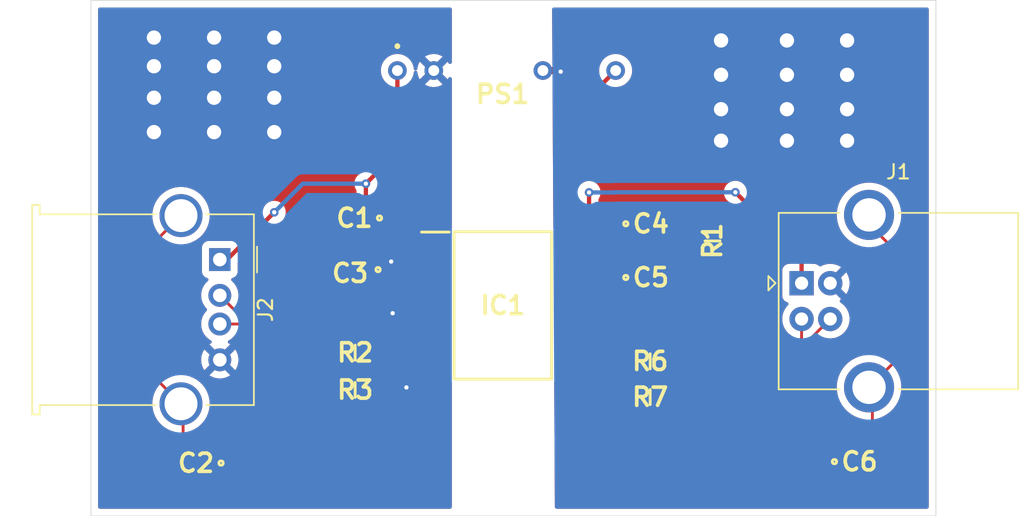
<source format=kicad_pcb>
(kicad_pcb (version 20241229) (generator "pcbnew") (generator_version "9.0")
  (layers (0 "F.Cu" signal) (2 "B.Cu" signal) (13 "F.Paste" user) (15 "B.Paste" user) (5 "F.SilkS" user "F.Silkscreen") (7 "B.SilkS" user "B.Silkscreen") (1 "F.Mask" user) (3 "B.Mask" user) (25 "Edge.Cuts" user))
  (net 0 "")
  (net 1 "Net-(J1-Shield)")
  (net 2 "GNDS")
  (net 3 "GND")
  (net 4 "VBUS2")
  (net 5 "Net-(J2-Shield)")
  (net 6 "VBUS")
  (net 7 "Net-(IC1-PDEN)")
  (net 8 "Net-(IC1-SPD)")
  (net 9 "Net-(IC1-PIN)")
  (net 10 "D_D-")
  (net 11 "D_D+")
  (net 12 "U_D-")
  (net 13 "U_D+")
  (net 14 "DD-")
  (net 15 "DD+")
  (net 16 "UD-")
  (net 17 "UD+")
  (footprint "SamacSys_Parts:SOIC127P1032X265-16N" (layer "F.Cu") (at 140.5496 95.4344)
    (property "Reference" "IC1" (at 0 0 0) (layer "F.SilkS") (effects (font (size 1.27 1.27) (thickness 0.254))))
    (property "Value" "ADUM3160BRWZ-RL" (hide yes))
    (fp_line (start -5.675 -5.12) (end -3.75 -5.12) (stroke (width 0.2)) (layer "F.SilkS"))
    (fp_line (start -3.4 -5.15) (end 3.4 -5.15) (stroke (width 0.2)) (layer "F.SilkS"))
    (fp_line (start -3.4 5.15) (end -3.4 -5.15) (stroke (width 0.2)) (layer "F.SilkS"))
    (fp_line (start 3.4 -5.15) (end 3.4 5.15) (stroke (width 0.2)) (layer "F.SilkS"))
    (fp_line (start 3.4 5.15) (end -3.4 5.15) (stroke (width 0.2)) (layer "F.SilkS"))
    (pad "1" smd rect (at -4.712 -4.445 90) (size 0.65 1.925) (layers "F.Cu" "F.Mask" "F.Paste") (net 6 "VBUS"))
    (pad "2" smd rect (at -4.712 -3.175 90) (size 0.65 1.925) (layers "F.Cu" "F.Mask" "F.Paste") (net 3 "GND"))
    (pad "3" smd rect (at -4.712 -1.905 90) (size 0.65 1.925) (layers "F.Cu" "F.Mask" "F.Paste") (net 7 "Net-(IC1-PDEN)"))
    (pad "4" smd rect (at -4.712 -0.635 90) (size 0.65 1.925) (layers "F.Cu" "F.Mask" "F.Paste") (net 7 "Net-(IC1-PDEN)"))
    (pad "5" smd rect (at -4.712 0.635 90) (size 0.65 1.925) (layers "F.Cu" "F.Mask" "F.Paste") (net 3 "GND"))
    (pad "6" smd rect (at -4.712 1.905 90) (size 0.65 1.925) (layers "F.Cu" "F.Mask" "F.Paste") (net 12 "U_D-"))
    (pad "7" smd rect (at -4.712 3.175 90) (size 0.65 1.925) (layers "F.Cu" "F.Mask" "F.Paste") (net 13 "U_D+"))
    (pad "8" smd rect (at -4.712 4.445 90) (size 0.65 1.925) (layers "F.Cu" "F.Mask" "F.Paste") (net 3 "GND"))
    (pad "9" smd rect (at 4.712 4.445 90) (size 0.65 1.925) (layers "F.Cu" "F.Mask" "F.Paste") (net 2 "GNDS"))
    (pad "10" smd rect (at 4.712 3.175 90) (size 0.65 1.925) (layers "F.Cu" "F.Mask" "F.Paste") (net 11 "D_D+"))
    (pad "11" smd rect (at 4.712 1.905 90) (size 0.65 1.925) (layers "F.Cu" "F.Mask" "F.Paste") (net 10 "D_D-"))
    (pad "12" smd rect (at 4.712 0.635 90) (size 0.65 1.925) (layers "F.Cu" "F.Mask" "F.Paste") (net 9 "Net-(IC1-PIN)"))
    (pad "13" smd rect (at 4.712 -0.635 90) (size 0.65 1.925) (layers "F.Cu" "F.Mask" "F.Paste") (net 8 "Net-(IC1-SPD)"))
    (pad "14" smd rect (at 4.712 -1.905 90) (size 0.65 1.925) (layers "F.Cu" "F.Mask" "F.Paste") (net 8 "Net-(IC1-SPD)"))
    (pad "15" smd rect (at 4.712 -3.175 90) (size 0.65 1.925) (layers "F.Cu" "F.Mask" "F.Paste") (net 2 "GNDS"))
    (pad "16" smd rect (at 4.712 -4.445 90) (size 0.65 1.925) (layers "F.Cu" "F.Mask" "F.Paste") (net 4 "VBUS2"))
  )
  (footprint "Connector_USB:USB_B_OST_USB-B1HSxx_Horizontal" (layer "F.Cu") (at 161.4121 93.8844)
    (property "Reference" "J1" (at 6.76 -7.77 0) (layer "F.SilkS"))
    (property "Value" "USB_B")
    (fp_line (start -2.32 -0.5) (end -2.32 0.5) (stroke (width 0.12)) (layer "F.SilkS"))
    (fp_line (start -2.32 0.5) (end -1.82 0) (stroke (width 0.12)) (layer "F.SilkS"))
    (fp_line (start -1.82 0) (end -2.32 -0.5) (stroke (width 0.12)) (layer "F.SilkS"))
    (fp_line (start -1.6 -4.91) (end -1.6 7.41) (stroke (width 0.12)) (layer "F.SilkS"))
    (fp_line (start -1.6 7.41) (end 2.66 7.41) (stroke (width 0.12)) (layer "F.SilkS"))
    (fp_line (start 2.66 -4.91) (end -1.6 -4.91) (stroke (width 0.12)) (layer "F.SilkS"))
    (fp_line (start 6.76 -4.91) (end 15.12 -4.91) (stroke (width 0.12)) (layer "F.SilkS"))
    (fp_line (start 15.12 -4.91) (end 15.12 7.41) (stroke (width 0.12)) (layer "F.SilkS"))
    (fp_line (start 15.12 7.41) (end 6.76 7.41) (stroke (width 0.12)) (layer "F.SilkS"))
    (pad "1" thru_hole rect (at 0 0) (size 1.7 1.7) (drill 0.92) (layers "*.Cu" "*.Mask") (net 4 "VBUS2"))
    (pad "2" thru_hole circle (at 0 2.5) (size 1.7 1.7) (drill 0.92) (layers "*.Cu" "*.Mask") (net 14 "DD-"))
    (pad "3" thru_hole circle (at 2 2.5) (size 1.7 1.7) (drill 0.92) (layers "*.Cu" "*.Mask") (net 15 "DD+"))
    (pad "4" thru_hole circle (at 2 0) (size 1.7 1.7) (drill 0.92) (layers "*.Cu" "*.Mask") (net 2 "GNDS"))
    (pad "5" thru_hole circle (at 4.71 -4.77) (size 3.5 3.5) (drill 2.33) (layers "*.Cu" "*.Mask") (net 1 "Net-(J1-Shield)"))
    (pad "5" thru_hole circle (at 4.71 7.27) (size 3.5 3.5) (drill 2.33) (layers "*.Cu" "*.Mask") (net 1 "Net-(J1-Shield)"))
  )
  (footprint "SamacSys_Parts:C0805" (layer "F.Cu") (at 130.0896 92.9344 180)
    (property "Reference" "C3" (at 0.2 -0.25 0) (layer "F.SilkS") (effects (font (size 1.27 1.27) (thickness 0.254))))
    (property "Value" "0.1uF" (hide yes))
    (fp_circle (center -1.75 0) (end -1.75 0.05) (stroke (width 0.2)) (fill no) (layer "F.SilkS"))
    (pad "1" smd rect (at -0.9 0 180) (size 1.15 1.45) (layers "F.Cu" "F.Mask" "F.Paste") (net 7 "Net-(IC1-PDEN)"))
    (pad "2" smd rect (at 0.9 0 180) (size 1.15 1.45) (layers "F.Cu" "F.Mask" "F.Paste") (net 3 "GND"))
  )
  (footprint "SamacSys_Parts:RESC2012X55N" (layer "F.Cu") (at 155.1896 90.9344 -90)
    (property "Reference" "R1" (at 0 0 90) (layer "F.SilkS") (effects (font (size 1.27 1.27) (thickness 0.254))))
    (property "Value" "10kohm" (hide yes))
    (fp_line (start 0 -0.525) (end 0 0.525) (stroke (width 0.2)) (layer "F.SilkS"))
    (pad "1" smd rect (at -0.95 0 270) (size 0.9 1.45) (layers "F.Cu" "F.Mask" "F.Paste") (net 8 "Net-(IC1-SPD)"))
    (pad "2" smd rect (at 0.95 0 270) (size 0.9 1.45) (layers "F.Cu" "F.Mask" "F.Paste") (net 9 "Net-(IC1-PIN)"))
  )
  (footprint "SamacSys_Parts:RESC2012X60N" (layer "F.Cu") (at 150.8396 99.3344)
    (property "Reference" "R6" (at 0 0 0) (layer "F.SilkS") (effects (font (size 1.27 1.27) (thickness 0.254))))
    (property "Value" "24" (hide yes))
    (fp_line (start 0 -0.525) (end 0 0.525) (stroke (width 0.2)) (layer "F.SilkS"))
    (pad "1" smd rect (at -0.95 0) (size 0.95 1.4) (layers "F.Cu" "F.Mask" "F.Paste") (net 10 "D_D-"))
    (pad "2" smd rect (at 0.95 0) (size 0.95 1.4) (layers "F.Cu" "F.Mask" "F.Paste") (net 14 "DD-"))
  )
  (footprint "SamacSys_Parts:RESC2012X60N" (layer "F.Cu") (at 150.8396 101.8344)
    (property "Reference" "R7" (at 0 0 0) (layer "F.SilkS") (effects (font (size 1.27 1.27) (thickness 0.254))))
    (property "Value" "24" (hide yes))
    (fp_line (start 0 -0.525) (end 0 0.525) (stroke (width 0.2)) (layer "F.SilkS"))
    (pad "1" smd rect (at -0.95 0) (size 0.95 1.4) (layers "F.Cu" "F.Mask" "F.Paste") (net 11 "D_D+"))
    (pad "2" smd rect (at 0.95 0) (size 0.95 1.4) (layers "F.Cu" "F.Mask" "F.Paste") (net 15 "DD+"))
  )
  (footprint "SamacSys_Parts:TEA10505HI" (layer "F.Cu") (at 133.1896 79.0344)
    (property "Reference" "PS1" (at 7.35 1.65 0) (layer "F.SilkS") (effects (font (size 1.27 1.27) (thickness 0.254))))
    (property "Value" "TEA_1-0505HI" (hide yes))
    (fp_line (start 0 -1.8) (end 0 -1.8) (stroke (width 0.2)) (layer "F.SilkS"))
    (fp_line (start 0 -1.6) (end 0 -1.6) (stroke (width 0.2)) (layer "F.SilkS"))
    (fp_arc (start 0 -1.8) (mid 0.1 -1.7) (end 0 -1.6) (stroke (width 0.2)) (layer "F.SilkS"))
    (fp_arc (start 0 -1.6) (mid -0.1 -1.7) (end 0 -1.8) (stroke (width 0.2)) (layer "F.SilkS"))
    (pad "1" thru_hole circle (at 0 0) (size 1.303 1.303) (drill 0.76) (layers "*.Cu" "*.Mask") (net 6 "VBUS"))
    (pad "2" thru_hole circle (at 2.54 0) (size 1.303 1.303) (drill 0.76) (layers "*.Cu" "*.Mask") (net 3 "GND"))
    (pad "5" thru_hole circle (at 10.16 0) (size 1.303 1.303) (drill 0.76) (layers "*.Cu" "*.Mask") (net 2 "GNDS"))
    (pad "7" thru_hole circle (at 15.24 0) (size 1.303 1.303) (drill 0.76) (layers "*.Cu" "*.Mask") (net 4 "VBUS2"))
  )
  (footprint "Connector_USB:USB_A_Molex_67643_Horizontal" (layer "F.Cu") (at 120.7896 92.2344 -90)
    (property "Reference" "J2" (at 3.5 -3.19 90) (layer "F.SilkS"))
    (property "Value" "USB_A")
    (fp_line (start -3.81 13.1) (end 10.81 13.1) (stroke (width 0.12)) (layer "F.SilkS"))
    (fp_line (start 10.81 13.1) (end 10.81 12.58) (stroke (width 0.12)) (layer "F.SilkS"))
    (fp_line (start -3.81 12.58) (end -3.81 13.1) (stroke (width 0.12)) (layer "F.SilkS"))
    (fp_line (start -3.16 12.58) (end -3.81 12.58) (stroke (width 0.12)) (layer "F.SilkS"))
    (fp_line (start -3.16 12.58) (end -3.16 4.47) (stroke (width 0.12)) (layer "F.SilkS"))
    (fp_line (start 10.81 12.58) (end 10.16 12.58) (stroke (width 0.12)) (layer "F.SilkS"))
    (fp_line (start 10.16 4.47) (end 10.16 12.58) (stroke (width 0.12)) (layer "F.SilkS"))
    (fp_line (start -3.16 -2.38) (end -3.16 0.95) (stroke (width 0.12)) (layer "F.SilkS"))
    (fp_line (start -3.16 -2.38) (end 10.16 -2.38) (stroke (width 0.12)) (layer "F.SilkS"))
    (fp_line (start 10.16 -2.38) (end 10.16 0.95) (stroke (width 0.12)) (layer "F.SilkS"))
    (fp_line (start -0.9 -2.6) (end 0.9 -2.6) (stroke (width 0.12)) (layer "F.SilkS"))
    (pad "1" thru_hole rect (at 0 0 270) (size 1.6 1.5) (drill 0.95) (layers "*.Cu" "*.Mask") (net 6 "VBUS"))
    (pad "2" thru_hole circle (at 2.5 0 270) (size 1.6 1.6) (drill 0.95) (layers "*.Cu" "*.Mask") (net 16 "UD-"))
    (pad "3" thru_hole circle (at 4.5 0 270) (size 1.6 1.6) (drill 0.95) (layers "*.Cu" "*.Mask") (net 17 "UD+"))
    (pad "4" thru_hole circle (at 7 0 270) (size 1.6 1.6) (drill 0.95) (layers "*.Cu" "*.Mask") (net 3 "GND"))
    (pad "5" thru_hole circle (at -3.07 2.71 270) (size 3 3) (drill 2.3) (layers "*.Cu" "*.Mask") (net 5 "Net-(J2-Shield)"))
    (pad "5" thru_hole circle (at 10.07 2.71 270) (size 3 3) (drill 2.3) (layers "*.Cu" "*.Mask") (net 5 "Net-(J2-Shield)"))
  )
  (footprint "SamacSys_Parts:C0805" (layer "F.Cu") (at 130.1896 89.3344 180)
    (property "Reference" "C1" (at 0 0 0) (layer "F.SilkS") (effects (font (size 1.27 1.27) (thickness 0.254))))
    (property "Value" "0.1uF" (hide yes))
    (fp_circle (center -1.75 0) (end -1.75 0.05) (stroke (width 0.2)) (fill no) (layer "F.SilkS"))
    (pad "1" smd rect (at -0.9 0 180) (size 1.15 1.45) (layers "F.Cu" "F.Mask" "F.Paste") (net 6 "VBUS"))
    (pad "2" smd rect (at 0.9 0 180) (size 1.15 1.45) (layers "F.Cu" "F.Mask" "F.Paste") (net 3 "GND"))
  )
  (footprint "SamacSys_Parts:C0805" (layer "F.Cu") (at 150.8896 89.7344)
    (property "Reference" "C4" (at 0 0 0) (layer "F.SilkS") (effects (font (size 1.27 1.27) (thickness 0.254))))
    (property "Value" "0.1uF" (hide yes))
    (fp_circle (center -1.75 0) (end -1.75 0.05) (stroke (width 0.2)) (fill no) (layer "F.SilkS"))
    (pad "1" smd rect (at -0.9 0) (size 1.15 1.45) (layers "F.Cu" "F.Mask" "F.Paste") (net 2 "GNDS"))
    (pad "2" smd rect (at 0.9 0) (size 1.15 1.45) (layers "F.Cu" "F.Mask" "F.Paste") (net 8 "Net-(IC1-SPD)"))
  )
  (footprint "SamacSys_Parts:RESC2012X60N" (layer "F.Cu") (at 130.2396 98.7344)
    (property "Reference" "R2" (at 0 0 0) (layer "F.SilkS") (effects (font (size 1.27 1.27) (thickness 0.254))))
    (property "Value" "24" (hide yes))
    (fp_line (start 0 -0.525) (end 0 0.525) (stroke (width 0.2)) (layer "F.SilkS"))
    (pad "1" smd rect (at -0.95 0) (size 0.95 1.4) (layers "F.Cu" "F.Mask" "F.Paste") (net 16 "UD-"))
    (pad "2" smd rect (at 0.95 0) (size 0.95 1.4) (layers "F.Cu" "F.Mask" "F.Paste") (net 12 "U_D-"))
  )
  (footprint "SamacSys_Parts:RESC2012X60N" (layer "F.Cu") (at 130.2396 101.3344)
    (property "Reference" "R3" (at 0 0 0) (layer "F.SilkS") (effects (font (size 1.27 1.27) (thickness 0.254))))
    (property "Value" "24" (hide yes))
    (fp_line (start 0 -0.525) (end 0 0.525) (stroke (width 0.2)) (layer "F.SilkS"))
    (pad "1" smd rect (at -0.95 0) (size 0.95 1.4) (layers "F.Cu" "F.Mask" "F.Paste") (net 17 "UD+"))
    (pad "2" smd rect (at 0.95 0) (size 0.95 1.4) (layers "F.Cu" "F.Mask" "F.Paste") (net 13 "U_D+"))
  )
  (footprint "SamacSys_Parts:C0805" (layer "F.Cu") (at 150.8896 93.4844)
    (property "Reference" "C5" (at 0 0 0) (layer "F.SilkS") (effects (font (size 1.27 1.27) (thickness 0.254))))
    (property "Value" "0.1uF" (hide yes))
    (fp_circle (center -1.75 0) (end -1.75 0.05) (stroke (width 0.2)) (fill no) (layer "F.SilkS"))
    (pad "1" smd rect (at -0.9 0) (size 1.15 1.45) (layers "F.Cu" "F.Mask" "F.Paste") (net 2 "GNDS"))
    (pad "2" smd rect (at 0.9 0) (size 1.15 1.45) (layers "F.Cu" "F.Mask" "F.Paste") (net 8 "Net-(IC1-SPD)"))
  )
  (footprint "SamacSys_Parts:C0805" (layer "F.Cu") (at 119.1268 106.444 180)
    (property "Reference" "C2" (at 0 0 0) (layer "F.SilkS") (effects (font (size 1.27 1.27) (thickness 0.254))))
    (property "Value" "0.1uF" (hide yes))
    (fp_circle (center -1.75 0) (end -1.75 0.05) (stroke (width 0.2)) (fill no) (layer "F.SilkS"))
    (pad "1" smd rect (at -0.9 0 180) (size 1.15 1.45) (layers "F.Cu" "F.Mask" "F.Paste") (net 3 "GND"))
    (pad "2" smd rect (at 0.9 0 180) (size 1.15 1.45) (layers "F.Cu" "F.Mask" "F.Paste") (net 5 "Net-(J2-Shield)"))
  )
  (footprint "SamacSys_Parts:C0805" (layer "F.Cu") (at 165.4564 106.3424)
    (property "Reference" "C6" (at 0 0 0) (layer "F.SilkS") (effects (font (size 1.27 1.27) (thickness 0.254))))
    (property "Value" "0.1uF" (hide yes))
    (fp_circle (center -1.75 0) (end -1.75 0.05) (stroke (width 0.2)) (fill no) (layer "F.SilkS"))
    (pad "1" smd rect (at -0.9 0) (size 1.15 1.45) (layers "F.Cu" "F.Mask" "F.Paste") (net 2 "GNDS"))
    (pad "2" smd rect (at 0.9 0) (size 1.15 1.45) (layers "F.Cu" "F.Mask" "F.Paste") (net 1 "Net-(J1-Shield)"))
  )
  (gr_rect (start 111.7896 74.1344) (end 170.7896 110.1344) (stroke (width 0.05)) (fill no) (layer "Edge.Cuts"))
  (segment (start 166.1221 89.7725) (end 166.1221 89.1144) (width 0.2) (layer "F.Cu") (net 1))
  (segment (start 167.7568 99.5197) (end 167.7568 91.4072) (width 0.2) (layer "F.Cu") (net 1))
  (segment (start 166.3564 101.3887) (end 166.1221 101.1544) (width 0.2) (layer "F.Cu") (net 1))
  (segment (start 167.7568 91.4072) (end 166.1221 89.7725) (width 0.2) (layer "F.Cu") (net 1))
  (segment (start 166.3564 106.3424) (end 166.3564 101.3887) (width 0.2) (layer "F.Cu") (net 1))
  (segment (start 166.1221 101.1544) (end 167.7568 99.5197) (width 0.2) (layer "F.Cu") (net 1))
  (segment (start 144.592 79.1136) (end 144.5128 79.0344) (width 0.3) (layer "F.Cu") (net 2))
  (segment (start 144.5128 79.0344) (end 143.3496 79.0344) (width 0.5) (layer "F.Cu") (net 2))
  (via (at 164.5896 83.9344) (size 1.5) (drill 1) (layers "F.Cu" "B.Cu") (net 2))
  (via (at 164.5896 79.3344) (size 1.5) (drill 1) (layers "F.Cu" "B.Cu") (net 2))
  (via (at 160.3896 81.7344) (size 1.5) (drill 1) (layers "F.Cu" "B.Cu") (net 2))
  (via (at 155.7896 81.7344) (size 1.5) (drill 1) (layers "F.Cu" "B.Cu") (net 2))
  (via (at 164.5896 81.7344) (size 1.5) (drill 1) (layers "F.Cu" "B.Cu") (net 2))
  (via (at 164.5896 76.9344) (size 1.5) (drill 1) (layers "F.Cu" "B.Cu") (net 2))
  (via (at 160.3896 83.9344) (size 1.5) (drill 1) (layers "F.Cu" "B.Cu") (net 2))
  (via (at 155.7896 83.9344) (size 1.5) (drill 1) (layers "F.Cu" "B.Cu") (net 2))
  (via (at 155.7896 76.9344) (size 1.5) (drill 1) (layers "F.Cu" "B.Cu") (net 2))
  (via (at 160.3896 79.3344) (size 1.5) (drill 1) (layers "F.Cu" "B.Cu") (net 2))
  (via (at 144.592 79.1136) (size 0.6) (drill 0.3) (layers "F.Cu" "B.Cu") (net 2))
  (via (at 155.7896 79.3344) (size 1.5) (drill 1) (layers "F.Cu" "B.Cu") (net 2))
  (via (at 160.3896 76.9344) (size 1.5) (drill 1) (layers "F.Cu" "B.Cu") (net 2))
  (segment (start 135.8376 100.6864) (end 135.8376 99.8794) (width 0.3) (layer "F.Cu") (net 3))
  (segment (start 132.8572 95.9792) (end 135.7474 95.9792) (width 0.3) (layer "F.Cu") (net 3))
  (segment (start 135.7474 95.9792) (end 135.8376 96.0694) (width 0.3) (layer "F.Cu") (net 3))
  (segment (start 133.8192 101.164) (end 135.36 101.164) (width 0.3) (layer "F.Cu") (net 3))
  (segment (start 132.8686 92.2594) (end 135.8376 92.2594) (width 0.3) (layer "F.Cu") (net 3))
  (segment (start 135.36 101.164) (end 135.8376 100.6864) (width 0.3) (layer "F.Cu") (net 3))
  (segment (start 132.7556 92.3724) (end 132.8686 92.2594) (width 0.3) (layer "F.Cu") (net 3))
  (via (at 120.3896 76.7344) (size 1.5) (drill 1) (layers "F.Cu" "B.Cu") (net 3))
  (via (at 132.8572 95.9792) (size 0.6) (drill 0.3) (layers "F.Cu" "B.Cu") (net 3))
  (via (at 132.7556 92.3724) (size 0.6) (drill 0.3) (layers "F.Cu" "B.Cu") (net 3))
  (via (at 133.8192 101.164) (size 0.6) (drill 0.3) (layers "F.Cu" "B.Cu") (net 3))
  (via (at 116.1896 83.3344) (size 1.5) (drill 1) (layers "F.Cu" "B.Cu") (net 3))
  (via (at 120.3896 80.9344) (size 1.5) (drill 1) (layers "F.Cu" "B.Cu") (net 3))
  (via (at 124.5896 78.7344) (size 1.5) (drill 1) (layers "F.Cu" "B.Cu") (net 3))
  (via (at 124.5896 80.9344) (size 1.5) (drill 1) (layers "F.Cu" "B.Cu") (net 3))
  (via (at 116.1896 80.9344) (size 1.5) (drill 1) (layers "F.Cu" "B.Cu") (net 3))
  (via (at 124.5896 76.7344) (size 1.5) (drill 1) (layers "F.Cu" "B.Cu") (net 3))
  (via (at 116.1896 78.7344) (size 1.5) (drill 1) (layers "F.Cu" "B.Cu") (net 3))
  (via (at 120.3896 78.7344) (size 1.5) (drill 1) (layers "F.Cu" "B.Cu") (net 3))
  (via (at 116.1896 76.7344) (size 1.5) (drill 1) (layers "F.Cu" "B.Cu") (net 3))
  (via (at 120.3896 83.3344) (size 1.5) (drill 1) (layers "F.Cu" "B.Cu") (net 3))
  (via (at 124.5896 83.3344) (size 1.5) (drill 1) (layers "F.Cu" "B.Cu") (net 3))
  (segment (start 132.8572 100.202) (end 132.8572 95.9792) (width 0.3) (layer "B.Cu") (net 3))
  (segment (start 132.7556 92.3724) (end 133.9516 92.3724) (width 0.3) (layer "B.Cu") (net 3))
  (segment (start 132.8572 95.9792) (end 132.8572 95.6236) (width 0.3) (layer "B.Cu") (net 3))
  (segment (start 132.8572 95.6236) (end 132.7556 95.522) (width 0.3) (layer "B.Cu") (net 3))
  (segment (start 133.9516 92.3724) (end 134.0646 92.2594) (width 0.3) (layer "B.Cu") (net 3))
  (segment (start 133.8192 101.164) (end 132.8572 100.202) (width 0.3) (layer "B.Cu") (net 3))
  (segment (start 132.7556 95.522) (end 132.7556 92.3724) (width 0.3) (layer "B.Cu") (net 3))
  (segment (start 146.5732 87.5464) (end 146.5732 89.3508) (width 0.3) (layer "F.Cu") (net 4))
  (segment (start 145.2616 90.9894) (end 145.2616 82.2024) (width 0.3) (layer "F.Cu") (net 4))
  (segment (start 156.7896 87.5344) (end 161.4121 92.1569) (width 0.3) (layer "F.Cu") (net 4))
  (segment (start 161.4121 92.1569) (end 161.4121 93.8844) (width 0.3) (layer "F.Cu") (net 4))
  (segment (start 145.2616 82.2024) (end 148.4296 79.0344) (width 0.3) (layer "F.Cu") (net 4))
  (segment (start 145.2616 90.6624) (end 145.2616 90.9894) (width 0.3) (layer "F.Cu") (net 4))
  (segment (start 146.5732 89.3508) (end 145.2616 90.6624) (width 0.3) (layer "F.Cu") (net 4))
  (via (at 146.5732 87.5464) (size 0.6) (drill 0.3) (layers "F.Cu" "B.Cu") (net 4))
  (via (at 156.7896 87.5344) (size 0.6) (drill 0.3) (layers "F.Cu" "B.Cu") (net 4))
  (segment (start 148.3776 87.5464) (end 148.3896 87.5344) (width 0.3) (layer "B.Cu") (net 4))
  (segment (start 148.3896 87.5344) (end 156.7896 87.5344) (width 0.3) (layer "B.Cu") (net 4))
  (segment (start 146.5732 87.5464) (end 148.3776 87.5464) (width 0.3) (layer "B.Cu") (net 4))
  (segment (start 118.0796 102.3044) (end 116.2456 100.4704) (width 0.2) (layer "F.Cu") (net 5))
  (segment (start 118.2268 106.444) (end 118.2268 102.4516) (width 0.2) (layer "F.Cu") (net 5))
  (segment (start 118.2268 106.444) (end 118.2268 105.814) (width 0.3) (layer "F.Cu") (net 5))
  (segment (start 116.2456 90.9984) (end 118.0796 89.1644) (width 0.2) (layer "F.Cu") (net 5))
  (segment (start 118.2268 102.4516) (end 118.0796 102.3044) (width 0.2) (layer "F.Cu") (net 5))
  (segment (start 116.2456 100.4704) (end 116.2456 90.9984) (width 0.2) (layer "F.Cu") (net 5))
  (segment (start 130.9896 89.2344) (end 131.0896 89.3344) (width 0.3) (layer "F.Cu") (net 6))
  (segment (start 130.9896 86.9344) (end 130.9896 89.2344) (width 0.3) (layer "F.Cu") (net 6))
  (segment (start 130.9896 86.9344) (end 133.1896 84.7344) (width 0.3) (layer "F.Cu") (net 6))
  (segment (start 133.1896 84.7344) (end 133.1896 79.0344) (width 0.3) (layer "F.Cu") (net 6))
  (segment (start 121.2896 92.2344) (end 124.5896 88.9344) (width 0.3) (layer "F.Cu") (net 6))
  (segment (start 120.7896 92.2344) (end 121.2896 92.2344) (width 0.3) (layer "F.Cu") (net 6))
  (segment (start 134.3826 89.5344) (end 135.8376 90.9894) (width 0.3) (layer "F.Cu") (net 6))
  (segment (start 131.2396 89.5344) (end 134.3826 89.5344) (width 0.3) (layer "F.Cu") (net 6))
  (via (at 124.5896 88.9344) (size 0.6) (drill 0.3) (layers "F.Cu" "B.Cu") (net 6))
  (via (at 130.9896 86.9344) (size 0.6) (drill 0.3) (layers "F.Cu" "B.Cu") (net 6))
  (segment (start 126.5896 86.9344) (end 130.9896 86.9344) (width 0.3) (layer "B.Cu") (net 6))
  (segment (start 124.5896 88.9344) (end 126.5896 86.9344) (width 0.3) (layer "B.Cu") (net 6))
  (segment (start 135.8376 94.7994) (end 135.8376 93.5294) (width 0.3) (layer "F.Cu") (net 7))
  (segment (start 135.7226 94.6844) (end 135.8376 94.7994) (width 0.3) (layer "F.Cu") (net 7))
  (segment (start 131.5846 93.5294) (end 130.9896 92.9344) (width 0.3) (layer "F.Cu") (net 7))
  (segment (start 135.8376 93.5294) (end 131.5846 93.5294) (width 0.3) (layer "F.Cu") (net 7))
  (segment (start 135.5926 93.2844) (end 135.8376 93.5294) (width 0.3) (layer "F.Cu") (net 7))
  (segment (start 152.0396 89.9844) (end 151.7896 89.7344) (width 0.3) (layer "F.Cu") (net 8))
  (segment (start 155.1896 89.9844) (end 152.0396 89.9844) (width 0.3) (layer "F.Cu") (net 8))
  (segment (start 151.7896 93.4844) (end 150.4746 94.7994) (width 0.3) (layer "F.Cu") (net 8))
  (segment (start 145.2616 93.5294) (end 145.2616 94.7994) (width 0.3) (layer "F.Cu") (net 8))
  (segment (start 150.4746 94.7994) (end 145.2616 94.7994) (width 0.3) (layer "F.Cu") (net 8))
  (segment (start 151.7896 93.4844) (end 151.7896 89.7344) (width 0.3) (layer "F.Cu") (net 8))
  (segment (start 145.2616 96.0694) (end 151.2066 96.0694) (width 0.3) (layer "F.Cu") (net 9))
  (segment (start 151.2066 96.0694) (end 155.1896 92.0864) (width 0.3) (layer "F.Cu") (net 9))
  (segment (start 155.1896 92.0864) (end 155.1896 91.8844) (width 0.3) (layer "F.Cu") (net 9))
  (segment (start 145.9056 97.9834) (end 145.2616 97.3394) (width 0.2) (layer "F.Cu") (net 10))
  (segment (start 148.6396 100.3594) (end 148.2816 100.3594) (width 0.2) (layer "F.Cu") (net 10))
  (segment (start 148.2816 100.3594) (end 146.5251 98.6029) (width 0.2) (layer "F.Cu") (net 10))
  (segment (start 149.8896 99.3344) (end 149.6646 99.3344) (width 0.2) (layer "F.Cu") (net 10))
  (segment (start 146.5251 97.9834) (end 145.9056 97.9834) (width 0.2) (layer "F.Cu") (net 10))
  (segment (start 146.5251 98.6029) (end 146.5251 97.9834) (width 0.2) (layer "F.Cu") (net 10))
  (segment (start 149.6646 99.3344) (end 148.6396 100.3594) (width 0.2) (layer "F.Cu") (net 10))
  (segment (start 148.6396 100.8094) (end 148.095203 100.8094) (width 0.2) (layer "F.Cu") (net 11))
  (segment (start 149.6646 101.8344) (end 148.6396 100.8094) (width 0.2) (layer "F.Cu") (net 11))
  (segment (start 145.895203 98.6094) (end 145.2616 98.6094) (width 0.2) (layer "F.Cu") (net 11))
  (segment (start 148.095203 100.8094) (end 145.895203 98.6094) (width 0.2) (layer "F.Cu") (net 11))
  (segment (start 149.8896 101.8344) (end 149.6646 101.8344) (width 0.2) (layer "F.Cu") (net 11))
  (segment (start 131.1896 98.7344) (end 132.239601 98.7344) (width 0.2) (layer "F.Cu") (net 12))
  (segment (start 134.5741 97.9834) (end 135.1936 97.9834) (width 0.2) (layer "F.Cu") (net 12))
  (segment (start 134.5741 98.6029) (end 134.5741 97.9834) (width 0.2) (layer "F.Cu") (net 12))
  (segment (start 133.3676 99.8094) (end 134.5741 98.6029) (width 0.2) (layer "F.Cu") (net 12))
  (segment (start 132.239601 98.7344) (end 133.314601 99.8094) (width 0.2) (layer "F.Cu") (net 12))
  (segment (start 133.314601 99.8094) (end 133.3676 99.8094) (width 0.2) (layer "F.Cu") (net 12))
  (segment (start 131.2896 99.1344) (end 131.3396 99.1344) (width 0.3) (layer "F.Cu") (net 12))
  (segment (start 135.1936 97.9834) (end 135.8376 97.3394) (width 0.2) (layer "F.Cu") (net 12))
  (segment (start 135.203997 98.6094) (end 135.8376 98.6094) (width 0.2) (layer "F.Cu") (net 13))
  (segment (start 132.239601 101.3344) (end 133.314601 100.2594) (width 0.2) (layer "F.Cu") (net 13))
  (segment (start 133.553997 100.2594) (end 135.203997 98.6094) (width 0.2) (layer "F.Cu") (net 13))
  (segment (start 133.314601 100.2594) (end 133.553997 100.2594) (width 0.2) (layer "F.Cu") (net 13))
  (segment (start 135.7626 98.5344) (end 135.8376 98.6094) (width 0.3) (layer "F.Cu") (net 13))
  (segment (start 131.1896 101.3344) (end 132.239601 101.3344) (width 0.2) (layer "F.Cu") (net 13))
  (segment (start 161.4121 97.748003) (end 161.4121 96.3844) (width 0.2) (layer "F.Cu") (net 14))
  (segment (start 152.839601 99.3344) (end 153.864601 100.3594) (width 0.2) (layer "F.Cu") (net 14))
  (segment (start 158.800703 100.3594) (end 161.4121 97.748003) (width 0.2) (layer "F.Cu") (net 14))
  (segment (start 151.7896 99.3344) (end 152.839601 99.3344) (width 0.2) (layer "F.Cu") (net 14))
  (segment (start 153.864601 100.3594) (end 158.800703 100.3594) (width 0.2) (layer "F.Cu") (net 14))
  (segment (start 151.7896 101.8344) (end 152.839601 101.8344) (width 0.2) (layer "F.Cu") (net 15))
  (segment (start 153.864601 100.8094) (end 158.9871 100.8094) (width 0.2) (layer "F.Cu") (net 15))
  (segment (start 152.839601 101.8344) (end 153.864601 100.8094) (width 0.2) (layer "F.Cu") (net 15))
  (segment (start 158.9871 100.8094) (end 163.4121 96.3844) (width 0.2) (layer "F.Cu") (net 15))
  (segment (start 129.3896 98.9844) (end 129.3896 99.1344) (width 0.3) (layer "F.Cu") (net 16))
  (segment (start 125.5552 99.5) (end 127.473999 99.5) (width 0.2) (layer "F.Cu") (net 16))
  (segment (start 120.7896 94.7344) (end 125.5552 99.5) (width 0.2) (layer "F.Cu") (net 16))
  (segment (start 128.239599 98.7344) (end 129.2896 98.7344) (width 0.2) (layer "F.Cu") (net 16))
  (segment (start 127.473999 99.5) (end 128.239599 98.7344) (width 0.2) (layer "F.Cu") (net 16))
  (segment (start 129.3396 101.4344) (end 129.3396 101.5344) (width 0.3) (layer "F.Cu") (net 17))
  (segment (start 127.405199 100.5) (end 128.239599 101.3344) (width 0.2) (layer "F.Cu") (net 17))
  (segment (start 125.918803 100.5) (end 127.405199 100.5) (width 0.2) (layer "F.Cu") (net 17))
  (segment (start 120.7896 96.7344) (end 122.153203 96.7344) (width 0.2) (layer "F.Cu") (net 17))
  (segment (start 128.239599 101.3344) (end 129.2896 101.3344) (width 0.2) (layer "F.Cu") (net 17))
  (segment (start 122.153203 96.7344) (end 125.918803 100.5) (width 0.2) (layer "F.Cu") (net 17))
  (zone (net 2) (net_name "GNDS") (layer "F.Cu") (priority 2) (connect_pads (clearance 0.5)) (min_thickness 0.25) (fill yes (thermal_gap 0.5) (thermal_bridge_width 0.5))
    (polygon (pts (xy 170.7896 74.1344) (xy 143.9896 74.1344) (xy 144.1896 110.1344) (xy 170.7896 110.1344)))
  )
  (zone (net 3) (net_name "GND") (layer "F.Cu") (connect_pads (clearance 0.5)) (min_thickness 0.25) (fill yes (thermal_gap 0.5) (thermal_bridge_width 0.5))
    (polygon (pts (xy 111.7896 74.1344) (xy 136.9896 74.1344) (xy 136.9896 110.1344) (xy 111.7896 110.1344)))
  )
  (zone (net 2) (net_name "GNDS") (layer "B.Cu") (priority 3) (connect_pads (clearance 0.5)) (min_thickness 0.25) (fill yes (thermal_gap 0.5) (thermal_bridge_width 0.5))
    (polygon (pts (xy 143.9896 74.1344) (xy 170.7896 74.1344) (xy 170.7896 110.1344) (xy 144.1896 110.1344)))
  )
  (zone (net 3) (net_name "GND") (layer "B.Cu") (priority 1) (connect_pads (clearance 0.5)) (min_thickness 0.25) (fill yes (thermal_gap 0.5) (thermal_bridge_width 0.5))
    (polygon (pts (xy 111.7896 74.1344) (xy 136.9896 74.1344) (xy 136.9896 110.1344) (xy 111.7896 110.1344)))
  )
)
</source>
